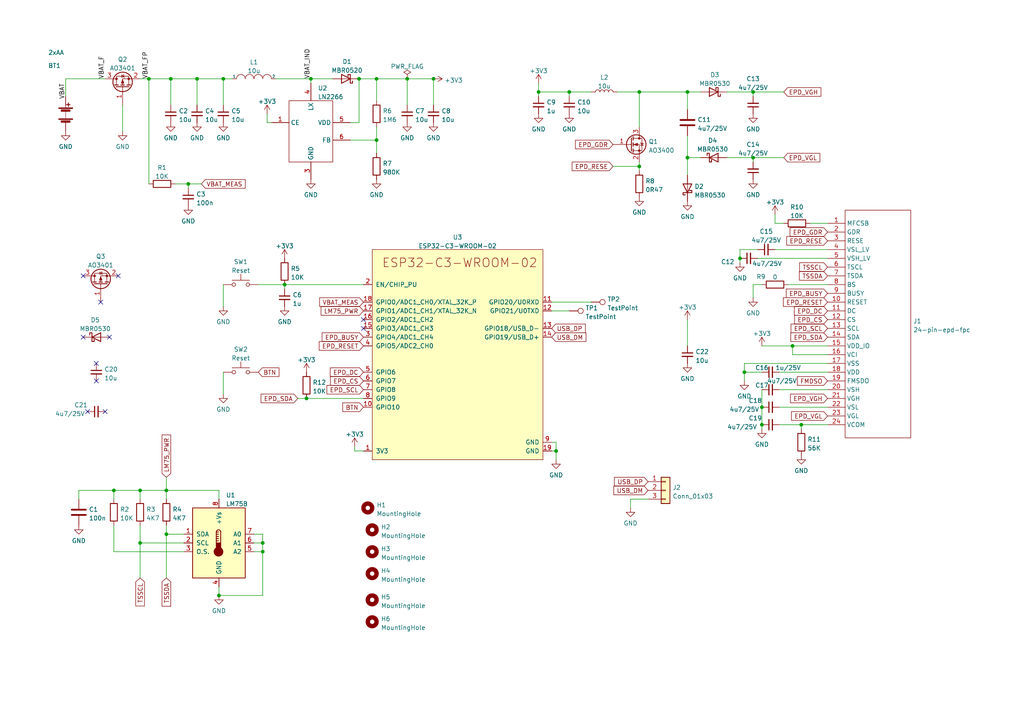
<source format=kicad_sch>
(kicad_sch (version 20230121) (generator eeschema)
  (paper "A4")
  (lib_symbols
    (symbol "Connector:TestPoint" (pin_numbers hide) (pin_names (offset 0.762) hide)
      (property "Reference" "TP" (at 0 6.858 0))
      (property "Value" "TestPoint" (at 0 5.08 0))
      (symbol "TestPoint_0_1"
        (circle (center 0 3.302) (radius 0.762))
      )
      (symbol "TestPoint_1_1"
        (pin passive line (at 0 0 90) (length 2.54) (name "1") (number "1"))
      )
    )
    (symbol "Connector_Generic:Conn_01x03" (pin_names (offset 1.016) hide)
      (property "Reference" "J" (at 0 5.08 0))
      (property "Value" "Conn_01x03" (at 0 -5.08 0))
      (symbol "Conn_01x03_1_1"
        (rectangle (start -1.27 -2.413) (end 0 -2.667) (stroke (width 0.1524)))
        (rectangle (start -1.27 0.127) (end 0 -0.127) (stroke (width 0.1524)))
        (rectangle (start -1.27 2.667) (end 0 2.413) (stroke (width 0.1524)))
        (rectangle (start -1.27 3.81) (end 1.27 -3.81) (stroke (width 0.254)) (fill (type background)))
        (pin passive line (at -5.08 2.54 0) (length 3.81) (name "Pin_1") (number "1"))
        (pin passive line (at -5.08 0 0) (length 3.81) (name "Pin_2") (number "2"))
        (pin passive line (at -5.08 -2.54 0) (length 3.81) (name "Pin_3") (number "3"))
      )
    )
    (symbol "Device:Battery" (pin_numbers hide) (pin_names (offset 0) hide)
      (property "Reference" "BT" (at 2.54 2.54 0))
      (property "Value" "Battery" (at 2.54 0 0))
      (symbol "Battery_0_1"
        (rectangle (start -2.032 -1.397) (end 2.032 -1.651) (fill (type outline)))
        (rectangle (start -2.032 1.778) (end 2.032 1.524) (fill (type outline)))
        (rectangle (start -1.3208 -1.9812) (end 1.27 -2.4892) (fill (type outline)))
        (rectangle (start -1.3208 1.1938) (end 1.27 0.6858) (fill (type outline)))
        (polyline (pts (xy 0 -1.524) (xy 0 -1.27)))
        (polyline (pts (xy 0 -1.016) (xy 0 -0.762)))
        (polyline (pts (xy 0 -0.508) (xy 0 -0.254)))
        (polyline (pts (xy 0 0) (xy 0 0.254)))
        (polyline (pts (xy 0 0.508) (xy 0 0.762)))
        (polyline (pts (xy 0 1.778) (xy 0 2.54)))
        (polyline (pts (xy 0.254 2.667) (xy 1.27 2.667)) (stroke (width 0.254)))
        (polyline (pts (xy 0.762 3.175) (xy 0.762 2.159)) (stroke (width 0.254)))
      )
      (symbol "Battery_1_1"
        (pin passive line (at 0 5.08 270) (length 2.54) (name "+") (number "1"))
        (pin passive line (at 0 -5.08 90) (length 2.54) (name "-") (number "2"))
      )
    )
    (symbol "Device:C" (pin_numbers hide) (pin_names (offset 0.254))
      (property "Reference" "C" (at 0.635 2.54 0))
      (property "Value" "C" (at 0.635 -2.54 0))
      (symbol "C_0_1"
        (polyline (pts (xy -2.032 -0.762) (xy 2.032 -0.762)) (stroke (width 0.508)))
        (polyline (pts (xy -2.032 0.762) (xy 2.032 0.762)) (stroke (width 0.508)))
      )
      (symbol "C_1_1"
        (pin passive line (at 0 3.81 270) (length 2.794) (name "~") (number "1"))
        (pin passive line (at 0 -3.81 90) (length 2.794) (name "~") (number "2"))
      )
    )
    (symbol "Device:C_Small" (pin_numbers hide) (pin_names (offset 0.254) hide)
      (property "Reference" "C" (at 0.254 1.778 0))
      (property "Value" "C_Small" (at 0.254 -2.032 0))
      (symbol "C_Small_0_1"
        (polyline (pts (xy -1.524 -0.508) (xy 1.524 -0.508)) (stroke (width 0.3302)))
        (polyline (pts (xy -1.524 0.508) (xy 1.524 0.508)) (stroke (width 0.3048)))
      )
      (symbol "C_Small_1_1"
        (pin passive line (at 0 2.54 270) (length 2.032) (name "~") (number "1"))
        (pin passive line (at 0 -2.54 90) (length 2.032) (name "~") (number "2"))
      )
    )
    (symbol "Device:L" (pin_numbers hide) (pin_names (offset 1.016) hide)
      (property "Reference" "L" (at -1.27 0 90))
      (property "Value" "L" (at 1.905 0 90))
      (symbol "L_0_1"
        (arc (start 0 -2.54) (mid 0.6323 -1.905) (end 0 -1.27))
        (arc (start 0 -1.27) (mid 0.6323 -0.635) (end 0 0))
        (arc (start 0 0) (mid 0.6323 0.635) (end 0 1.27))
        (arc (start 0 1.27) (mid 0.6323 1.905) (end 0 2.54))
      )
      (symbol "L_1_1"
        (pin passive line (at 0 3.81 270) (length 1.27) (name "1") (number "1"))
        (pin passive line (at 0 -3.81 90) (length 1.27) (name "2") (number "2"))
      )
    )
    (symbol "Device:R" (pin_numbers hide) (pin_names (offset 0))
      (property "Reference" "R" (at 2.032 0 90))
      (property "Value" "R" (at 0 0 90))
      (symbol "R_0_1"
        (rectangle (start -1.016 -2.54) (end 1.016 2.54) (stroke (width 0.254)))
      )
      (symbol "R_1_1"
        (pin passive line (at 0 3.81 270) (length 1.27) (name "~") (number "1"))
        (pin passive line (at 0 -3.81 90) (length 1.27) (name "~") (number "2"))
      )
    )
    (symbol "Diode:MBR0520" (pin_numbers hide) (pin_names (offset 1.016) hide)
      (property "Reference" "D" (at 0 2.54 0))
      (property "Value" "MBR0520" (at 0 -2.54 0))
      (symbol "MBR0520_0_1"
        (polyline (pts (xy 1.27 0) (xy -1.27 0)))
        (polyline (pts (xy 1.27 1.27) (xy 1.27 -1.27) (xy -1.27 0) (xy 1.27 1.27)) (stroke (width 0.254)))
        (polyline (pts (xy -1.905 0.635) (xy -1.905 1.27) (xy -1.27 1.27) (xy -1.27 -1.27) (xy -0.635 -1.27) (xy -0.635 -0.635)) (stroke (width 0.254)))
      )
      (symbol "MBR0520_1_1"
        (pin passive line (at -3.81 0 0) (length 2.54) (name "K") (number "1"))
        (pin passive line (at 3.81 0 180) (length 2.54) (name "A") (number "2"))
      )
    )
    (symbol "Diode:MBR0530" (pin_numbers hide) (pin_names (offset 1.016) hide)
      (property "Reference" "D" (at 0 2.54 0))
      (property "Value" "MBR0530" (at 0 -2.54 0))
      (symbol "MBR0530_0_1"
        (polyline (pts (xy 1.27 0) (xy -1.27 0)))
        (polyline (pts (xy 1.27 1.27) (xy 1.27 -1.27) (xy -1.27 0) (xy 1.27 1.27)) (stroke (width 0.254)))
        (polyline (pts (xy -1.905 0.635) (xy -1.905 1.27) (xy -1.27 1.27) (xy -1.27 -1.27) (xy -0.635 -1.27) (xy -0.635 -0.635)) (stroke (width 0.254)))
      )
      (symbol "MBR0530_1_1"
        (pin passive line (at -3.81 0 0) (length 2.54) (name "K") (number "1"))
        (pin passive line (at 3.81 0 180) (length 2.54) (name "A") (number "2"))
      )
    )
    (symbol "Espressif:ESP32-C3-WROOM-02" (pin_names (offset 1.016))
      (property "Reference" "U" (at 0 33.02 0))
      (property "Value" "ESP32-C3-WROOM-02" (at 0 -30.48 0))
      (symbol "ESP32-C3-WROOM-02_0_0"
        (text "ESP32-C3-WROOM-02" (at 1.27 27.94 0) (effects (font (size 2.54 2.54))))
      )
      (symbol "ESP32-C3-WROOM-02_0_1"
        (rectangle (start -24.13 31.75) (end 25.4 -29.21) (fill (type background)))
      )
      (symbol "ESP32-C3-WROOM-02_1_1"
        (pin power_in line (at -26.67 -26.67 0) (length 2.54) (name "3V3") (number "1"))
        (pin bidirectional line (at -26.67 -13.97 0) (length 2.54) (name "GPIO10") (number "10"))
        (pin bidirectional line (at 27.94 16.51 180) (length 2.54) (name "GPIO20/U0RXD") (number "11"))
        (pin bidirectional line (at 27.94 13.97 180) (length 2.54) (name "GPIO21/U0TXD") (number "12"))
        (pin bidirectional line (at 27.94 8.89 180) (length 2.54) (name "GPIO18/USB_D-") (number "13"))
        (pin bidirectional line (at 27.94 6.35 180) (length 2.54) (name "GPIO19/USB_D+") (number "14"))
        (pin bidirectional line (at -26.67 8.89 0) (length 2.54) (name "GPIO3/ADC1_CH3") (number "15"))
        (pin bidirectional line (at -26.67 11.43 0) (length 2.54) (name "GPIO2/ADC1_CH2") (number "16"))
        (pin bidirectional line (at -26.67 13.97 0) (length 2.54) (name "GPIO1/ADC1_CH1/XTAL_32K_N") (number "17"))
        (pin bidirectional line (at -26.67 16.51 0) (length 2.54) (name "GPIO0/ADC1_CH0/XTAL_32K_P") (number "18"))
        (pin power_in line (at 27.94 -26.67 180) (length 2.54) (name "GND") (number "19"))
        (pin input line (at -26.67 21.59 0) (length 2.54) (name "EN/CHIP_PU") (number "2"))
        (pin bidirectional line (at -26.67 6.35 0) (length 2.54) (name "GPIO4/ADC1_CH4") (number "3"))
        (pin bidirectional line (at -26.67 3.81 0) (length 2.54) (name "GPIO5/ADC2_CH0") (number "4"))
        (pin bidirectional line (at -26.67 -3.81 0) (length 2.54) (name "GPIO6") (number "5"))
        (pin bidirectional line (at -26.67 -6.35 0) (length 2.54) (name "GPIO7") (number "6"))
        (pin bidirectional line (at -26.67 -8.89 0) (length 2.54) (name "GPIO8") (number "7"))
        (pin bidirectional line (at -26.67 -11.43 0) (length 2.54) (name "GPIO9") (number "8"))
        (pin power_in line (at 27.94 -24.13 180) (length 2.54) (name "GND") (number "9"))
      )
    )
    (symbol "Jeroens lib:24-pin-epd-fpc"
      (property "Reference" "J" (at 8.89 30.48 0))
      (property "Value" "24-pin-epd-fpc" (at -2.54 30.48 0))
      (symbol "24-pin-epd-fpc_0_0"
        (pin input line (at -15.24 24.13 0) (length 5.08) (name "MFCSB") (number "1"))
        (pin input line (at -15.24 1.27 0) (length 5.08) (name "RESET") (number "10"))
        (pin input line (at -15.24 -1.27 0) (length 5.08) (name "DC") (number "11"))
        (pin input line (at -15.24 -3.81 0) (length 5.08) (name "CS") (number "12"))
        (pin input line (at -15.24 -6.35 0) (length 5.08) (name "SCL") (number "13"))
        (pin input line (at -15.24 -8.89 0) (length 5.08) (name "SDA") (number "14"))
        (pin power_in line (at -15.24 -11.43 0) (length 5.08) (name "VDD_IO") (number "15"))
        (pin power_in line (at -15.24 -13.97 0) (length 5.08) (name "VCI") (number "16"))
        (pin power_in line (at -15.24 -16.51 0) (length 5.08) (name "VSS") (number "17"))
        (pin passive line (at -15.24 -19.05 0) (length 5.08) (name "VDD") (number "18"))
        (pin output line (at -15.24 -21.59 0) (length 5.08) (name "FMSDO") (number "19"))
        (pin input line (at -15.24 21.59 0) (length 5.08) (name "GDR") (number "2"))
        (pin passive line (at -15.24 -24.13 0) (length 5.08) (name "VSH") (number "20"))
        (pin passive line (at -15.24 -26.67 0) (length 5.08) (name "VGH") (number "21"))
        (pin passive line (at -15.24 -29.21 0) (length 5.08) (name "VSL") (number "22"))
        (pin passive line (at -15.24 -31.75 0) (length 5.08) (name "VGL") (number "23"))
        (pin passive line (at -15.24 -34.29 0) (length 5.08) (name "VCOM") (number "24"))
        (pin input line (at -15.24 19.05 0) (length 5.08) (name "RESE") (number "3"))
        (pin passive line (at -15.24 16.51 0) (length 5.08) (name "VSL_LV") (number "4"))
        (pin passive line (at -15.24 13.97 0) (length 5.08) (name "VSH_LV") (number "5"))
        (pin open_collector line (at -15.24 11.43 0) (length 5.08) (name "TSCL") (number "6"))
        (pin open_collector line (at -15.24 8.89 0) (length 5.08) (name "TSDA") (number "7"))
        (pin input line (at -15.24 6.35 0) (length 5.08) (name "BS") (number "8"))
        (pin output line (at -15.24 3.81 0) (length 5.08) (name "BUSY") (number "9"))
        (pin no_connect line (at -15.24 -36.83 0) (length 5.08) hide (name "MP") (number "MP"))
      )
      (symbol "24-pin-epd-fpc_0_1"
        (rectangle (start -10.16 27.94) (end 8.89 -38.1) (stroke (width 0.1524)))
      )
    )
    (symbol "Jeroens lib:AO3400" (pin_names (offset 1.016) hide)
      (property "Reference" "Q" (at -5.08 5.08 0))
      (property "Value" "AO3400" (at -5.08 7.62 0))
      (symbol "AO3400_1_1"
        (circle (center -0.889 0) (radius 2.8194) (stroke (width 0.254)))
        (circle (center 0 -1.778) (radius 0.2794) (fill (type outline)))
        (polyline (pts (xy -2.4892 0) (xy -2.286 0)))
        (polyline (pts (xy -1.778 -1.778) (xy 0 -1.778)))
        (polyline (pts (xy -1.778 -1.27) (xy -1.778 -2.286)) (stroke (width 0.254)))
        (polyline (pts (xy -1.778 0) (xy 0 0)))
        (polyline (pts (xy -1.778 0.508) (xy -1.778 -0.508)) (stroke (width 0.254)))
        (polyline (pts (xy -1.778 1.778) (xy 0 1.778)))
        (polyline (pts (xy -1.778 2.286) (xy -1.778 1.27)) (stroke (width 0.254)))
        (polyline (pts (xy 0 -1.778) (xy 0 -2.54)))
        (polyline (pts (xy 0 -1.778) (xy 0 0)))
        (polyline (pts (xy 0 2.54) (xy 0 1.778)))
        (polyline (pts (xy -2.286 1.905) (xy -2.286 -1.905) (xy -2.286 -1.905)) (stroke (width 0.254)))
        (polyline (pts (xy -1.524 0) (xy -0.508 0.381) (xy -0.508 -0.381) (xy -1.524 0)) (fill (type outline)))
        (polyline (pts (xy 0 -1.778) (xy 0.762 -1.778) (xy 0.762 1.778) (xy 0 1.778)))
        (polyline (pts (xy 0.254 0.508) (xy 0.381 0.381) (xy 1.143 0.381) (xy 1.27 0.254)))
        (polyline (pts (xy 0.762 0.381) (xy 0.381 -0.254) (xy 1.143 -0.254) (xy 0.762 0.381)))
        (circle (center 0 1.778) (radius 0.2794) (fill (type outline)))
        (pin input line (at -7.62 0 0) (length 5.08) (name "G") (number "1"))
        (pin passive line (at 0 -5.08 90) (length 2.54) (name "S") (number "2"))
        (pin passive line (at 0 5.08 270) (length 2.54) (name "D") (number "3"))
      )
    )
    (symbol "Jeroens lib:AO3401" (pin_names (offset 0) hide)
      (property "Reference" "Q" (at 5.08 1.905 0))
      (property "Value" "AO3401" (at 5.08 0 0))
      (symbol "AO3401_0_1"
        (polyline (pts (xy 0 0) (xy 0.254 0)))
        (polyline (pts (xy 0.762 -1.778) (xy 2.54 -1.778)))
        (polyline (pts (xy 0.762 -1.27) (xy 0.762 -2.286)) (stroke (width 0.254)))
        (polyline (pts (xy 0.762 0) (xy 2.54 0)))
        (polyline (pts (xy 0.762 0.508) (xy 0.762 -0.508)) (stroke (width 0.254)))
        (polyline (pts (xy 0.762 1.778) (xy 2.54 1.778)))
        (polyline (pts (xy 0.762 2.286) (xy 0.762 1.27)) (stroke (width 0.254)))
        (polyline (pts (xy 2.54 -1.778) (xy 2.54 -2.54)))
        (polyline (pts (xy 2.54 -1.778) (xy 2.54 0)))
        (polyline (pts (xy 2.54 2.54) (xy 2.54 1.778)))
        (polyline (pts (xy 0.254 1.905) (xy 0.254 -1.905) (xy 0.254 -1.905)) (stroke (width 0.254)))
        (polyline (pts (xy 2.286 0) (xy 1.27 -0.381) (xy 1.27 0.381) (xy 2.286 0)) (fill (type outline)))
        (polyline (pts (xy 2.54 -1.778) (xy 3.302 -1.778) (xy 3.302 1.778) (xy 2.54 1.778)))
        (polyline (pts (xy 2.794 -0.508) (xy 2.921 -0.381) (xy 3.683 -0.381) (xy 3.81 -0.254)))
        (polyline (pts (xy 3.302 -0.381) (xy 2.921 0.254) (xy 3.683 0.254) (xy 3.302 -0.381)))
        (circle (center 1.651 0) (radius 2.8194) (stroke (width 0.254)))
        (circle (center 2.54 -1.778) (radius 0.2794) (fill (type outline)))
        (circle (center 2.54 1.778) (radius 0.2794) (fill (type outline)))
      )
      (symbol "AO3401_1_1"
        (pin input line (at -5.08 0 0) (length 5.08) (name "G") (number "1"))
        (pin passive line (at 2.54 -5.08 90) (length 2.54) (name "S") (number "2"))
        (pin passive line (at 2.54 5.08 270) (length 2.54) (name "D") (number "3"))
      )
    )
    (symbol "Jeroens lib:LN2266"
      (property "Reference" "U" (at -7.62 11.43 0))
      (property "Value" "LN2266" (at -7.62 13.97 0))
      (symbol "LN2266_0_0"
        (pin input line (at -11.43 2.54 0) (length 5.08) (name "CE") (number "1"))
        (pin no_connect line (at -11.43 -2.54 0) (length 5.08) hide (name "NC") (number "2"))
        (pin power_in line (at 0 -13.97 90) (length 5.08) (name "GND") (number "3"))
        (pin passive line (at 0 13.97 270) (length 5.08) (name "LX") (number "4"))
        (pin power_in line (at 11.43 2.54 180) (length 5.08) (name "VDD") (number "5"))
        (pin passive line (at 11.43 -2.54 180) (length 5.08) (name "FB") (number "6"))
      )
      (symbol "LN2266_0_1"
        (rectangle (start -6.35 8.89) (end 6.35 -8.89) (stroke (width 0.1524)))
      )
    )
    (symbol "Mechanical:MountingHole" (pin_names (offset 1.016))
      (property "Reference" "H" (at 0 5.08 0))
      (property "Value" "MountingHole" (at 0 3.175 0))
      (symbol "MountingHole_0_1"
        (circle (center 0 0) (radius 1.27) (stroke (width 1.27)))
      )
    )
    (symbol "Sensor_Temperature:LM75B" (pin_names (offset 1.016))
      (property "Reference" "U" (at -6.35 11.43 0))
      (property "Value" "LM75B" (at 0 11.43 0))
      (symbol "LM75B_0_1"
        (rectangle (start -7.62 10.16) (end 7.62 -10.16) (stroke (width 0.254)) (fill (type background)))
        (circle (center -0.127 -2.54) (radius 1.27) (stroke (width 0.254)) (fill (type outline)))
        (polyline (pts (xy -0.762 0.635) (xy -0.127 0.635)) (stroke (width 0.254)))
        (polyline (pts (xy -0.762 1.27) (xy -0.127 1.27)) (stroke (width 0.254)))
        (polyline (pts (xy -0.762 1.905) (xy -0.127 1.905)) (stroke (width 0.254)))
        (polyline (pts (xy -0.762 2.54) (xy -0.127 2.54)) (stroke (width 0.254)))
        (polyline (pts (xy -0.762 3.175) (xy -0.762 0)) (stroke (width 0.254)))
        (polyline (pts (xy -0.762 3.175) (xy -0.127 3.175)) (stroke (width 0.254)))
        (polyline (pts (xy 0.508 3.175) (xy 0.508 0)) (stroke (width 0.254)))
        (rectangle (start 0.508 -1.905) (end -0.762 0) (stroke (width 0.254)) (fill (type outline)))
        (arc (start 0.508 3.175) (mid -0.127 3.8073) (end -0.762 3.175) (stroke (width 0.254)))
      )
      (symbol "LM75B_1_1"
        (pin bidirectional line (at -10.16 2.54 0) (length 2.54) (name "SDA") (number "1"))
        (pin input line (at -10.16 0 0) (length 2.54) (name "SCL") (number "2"))
        (pin open_collector line (at -10.16 -2.54 0) (length 2.54) (name "O.S.") (number "3"))
        (pin power_in line (at 0 -12.7 90) (length 2.54) (name "GND") (number "4"))
        (pin input line (at 10.16 -2.54 180) (length 2.54) (name "A2") (number "5"))
        (pin input line (at 10.16 0 180) (length 2.54) (name "A1") (number "6"))
        (pin input line (at 10.16 2.54 180) (length 2.54) (name "A0") (number "7"))
        (pin power_in line (at 0 12.7 270) (length 2.54) (name "+Vs") (number "8"))
      )
    )
    (symbol "Switch:SW_Push" (pin_numbers hide) (pin_names (offset 1.016) hide)
      (property "Reference" "SW" (at 1.27 2.54 0))
      (property "Value" "SW_Push" (at 0 -1.524 0))
      (symbol "SW_Push_0_1"
        (circle (center -2.032 0) (radius 0.508))
        (polyline (pts (xy 0 1.27) (xy 0 3.048)))
        (polyline (pts (xy 2.54 1.27) (xy -2.54 1.27)))
        (circle (center 2.032 0) (radius 0.508))
        (pin passive line (at -5.08 0 0) (length 2.54) (name "1") (number "1"))
        (pin passive line (at 5.08 0 180) (length 2.54) (name "2") (number "2"))
      )
    )
    (symbol "power:+3V3" (power) (pin_names (offset 0))
      (property "Value" "+3V3" (at 0 3.556 0))
      (symbol "+3V3_0_1"
        (polyline (pts (xy -0.762 1.27) (xy 0 2.54)))
        (polyline (pts (xy 0 0) (xy 0 2.54)))
        (polyline (pts (xy 0 2.54) (xy 0.762 1.27)))
      )
      (symbol "+3V3_1_1"
        (pin power_in line (at 0 0 90) (length 0) hide (name "+3V3") (number "1"))
      )
    )
    (symbol "power:GND" (power) (pin_names (offset 0))
      (property "Value" "GND" (at 0 -3.81 0))
      (symbol "GND_0_1"
        (polyline (pts (xy 0 0) (xy 0 -1.27) (xy 1.27 -1.27) (xy 0 -2.54) (xy -1.27 -1.27) (xy 0 -1.27)))
      )
      (symbol "GND_1_1"
        (pin power_in line (at 0 0 270) (length 0) hide (name "GND") (number "1"))
      )
    )
    (symbol "power:PWR_FLAG" (power) (pin_numbers hide) (pin_names (offset 0) hide)
      (property "Value" "PWR_FLAG" (at 0 3.81 0))
      (symbol "PWR_FLAG_0_0"
        (pin power_out line (at 0 0 90) (length 0) (name "pwr") (number "1"))
      )
      (symbol "PWR_FLAG_0_1"
        (polyline (pts (xy 0 0) (xy 0 1.27) (xy -1.016 1.905) (xy 0 2.54) (xy 1.016 1.905) (xy 0 1.27)))
      )
    )
    (symbol "pspice:INDUCTOR" (pin_numbers hide) (pin_names (offset 0))
      (property "Reference" "L" (at 0 2.54 0))
      (property "Value" "INDUCTOR" (at 0 -1.27 0))
      (symbol "INDUCTOR_0_1"
        (arc (start -2.54 0) (mid -3.81 1.2645) (end -5.08 0))
        (arc (start 0 0) (mid -1.27 1.2645) (end -2.54 0))
        (arc (start 2.54 0) (mid 1.27 1.2645) (end 0 0))
        (arc (start 5.08 0) (mid 3.81 1.2645) (end 2.54 0))
      )
      (symbol "INDUCTOR_1_1"
        (pin input line (at -6.35 0 0) (length 1.27) (name "1") (number "1"))
        (pin input line (at 6.35 0 180) (length 1.27) (name "2") (number "2"))
      )
    )
  )
  (junction (at 165.1 26.67))
  (junction (at 218.44 26.67))
  (junction (at 76.2 160.02))
  (junction (at 104.14 22.86))
  (junction (at 118.11 22.86))
  (junction (at 88.9 115.57))
  (junction (at 218.44 45.72))
  (junction (at 199.39 45.72))
  (junction (at 43.18 22.86))
  (junction (at 220.98 123.19))
  (junction (at 109.22 22.86))
  (junction (at 76.2 157.48))
  (junction (at 109.22 40.64))
  (junction (at 40.64 157.48))
  (junction (at 33.02 142.24))
  (junction (at 57.15 22.86))
  (junction (at 229.87 100.33))
  (junction (at 199.39 26.67))
  (junction (at 64.77 22.86))
  (junction (at 156.21 26.67))
  (junction (at 185.42 26.67))
  (junction (at 48.26 154.94))
  (junction (at 220.98 118.11))
  (junction (at 48.26 142.24))
  (junction (at 63.5 172.72))
  (junction (at 54.61 53.34))
  (junction (at 214.63 74.93))
  (junction (at 125.73 22.86))
  (junction (at 90.17 22.86))
  (junction (at 215.9 107.95))
  (junction (at 82.55 82.55))
  (junction (at 232.41 123.19))
  (junction (at 185.42 48.26))
  (junction (at 40.64 142.24))
  (junction (at 49.53 22.86))
  (junction (at 161.29 130.81))
  (no_connect (at 25.4 119.38))
  (no_connect (at 30.48 119.38))
  (no_connect (at 31.75 97.79))
  (no_connect (at 29.21 87.63))
  (no_connect (at 24.13 80.01))
  (no_connect (at 34.29 80.01))
  (no_connect (at 27.94 110.49))
  (no_connect (at 27.94 105.41))
  (no_connect (at 24.13 97.79))
  (no_connect (at 105.41 92.71))
  (no_connect (at 105.41 95.25))
  (wire (pts (xy 64.77 22.86) (xy 67.31 22.86)))
  (wire (pts (xy 161.29 130.81) (xy 161.29 133.35)))
  (wire (pts (xy 109.22 36.83) (xy 109.22 40.64)))
  (wire (pts (xy 224.79 62.23) (xy 224.79 64.77)))
  (wire (pts (xy 185.42 46.99) (xy 185.42 48.26)))
  (wire (pts (xy 109.22 40.64) (xy 109.22 44.45)))
  (wire (pts (xy 43.18 22.86) (xy 43.18 53.34)))
  (wire (pts (xy 76.2 157.48) (xy 76.2 160.02)))
  (wire (pts (xy 226.06 123.19) (xy 232.41 123.19)))
  (wire (pts (xy 199.39 39.37) (xy 199.39 45.72)))
  (wire (pts (xy 185.42 26.67) (xy 199.39 26.67)))
  (wire (pts (xy 77.47 33.02) (xy 77.47 35.56)))
  (wire (pts (xy 35.56 30.48) (xy 35.56 38.1)))
  (wire (pts (xy 102.87 130.81) (xy 105.41 130.81)))
  (wire (pts (xy 73.66 154.94) (xy 76.2 154.94)))
  (wire (pts (xy 19.05 22.86) (xy 30.48 22.86)))
  (wire (pts (xy 219.71 74.93) (xy 240.03 74.93)))
  (wire (pts (xy 49.53 22.86) (xy 57.15 22.86)))
  (wire (pts (xy 33.02 142.24) (xy 40.64 142.24)))
  (wire (pts (xy 160.02 130.81) (xy 161.29 130.81)))
  (wire (pts (xy 125.73 22.86) (xy 125.73 30.48)))
  (wire (pts (xy 40.64 157.48) (xy 40.64 152.4)))
  (wire (pts (xy 215.9 105.41) (xy 215.9 107.95)))
  (wire (pts (xy 218.44 26.67) (xy 227.33 26.67)))
  (wire (pts (xy 210.82 45.72) (xy 218.44 45.72)))
  (wire (pts (xy 22.86 142.24) (xy 33.02 142.24)))
  (wire (pts (xy 40.64 157.48) (xy 40.64 167.64)))
  (wire (pts (xy 199.39 26.67) (xy 199.39 31.75)))
  (wire (pts (xy 156.21 27.94) (xy 156.21 26.67)))
  (wire (pts (xy 40.64 142.24) (xy 48.26 142.24)))
  (wire (pts (xy 220.98 113.03) (xy 220.98 118.11)))
  (wire (pts (xy 33.02 142.24) (xy 33.02 144.78)))
  (wire (pts (xy 48.26 154.94) (xy 48.26 152.4)))
  (wire (pts (xy 74.93 82.55) (xy 82.55 82.55)))
  (wire (pts (xy 218.44 26.67) (xy 218.44 27.94)))
  (wire (pts (xy 214.63 74.93) (xy 214.63 76.2)))
  (wire (pts (xy 73.66 160.02) (xy 76.2 160.02)))
  (wire (pts (xy 226.06 113.03) (xy 240.03 113.03)))
  (wire (pts (xy 224.79 72.39) (xy 240.03 72.39)))
  (wire (pts (xy 86.36 115.57) (xy 88.9 115.57)))
  (wire (pts (xy 199.39 26.67) (xy 203.2 26.67)))
  (wire (pts (xy 219.71 72.39) (xy 214.63 72.39)))
  (wire (pts (xy 53.34 160.02) (xy 33.02 160.02)))
  (wire (pts (xy 161.29 128.27) (xy 161.29 130.81)))
  (wire (pts (xy 63.5 172.72) (xy 63.5 170.18)))
  (wire (pts (xy 165.1 26.67) (xy 165.1 27.94)))
  (wire (pts (xy 76.2 172.72) (xy 63.5 172.72)))
  (wire (pts (xy 82.55 82.55) (xy 82.55 83.82)))
  (wire (pts (xy 90.17 22.86) (xy 96.52 22.86)))
  (wire (pts (xy 232.41 123.19) (xy 240.03 123.19)))
  (wire (pts (xy 218.44 45.72) (xy 218.44 46.99)))
  (wire (pts (xy 182.88 147.32) (xy 182.88 144.78)))
  (wire (pts (xy 160.02 90.17) (xy 165.1 90.17)))
  (wire (pts (xy 82.55 82.55) (xy 105.41 82.55)))
  (wire (pts (xy 215.9 107.95) (xy 220.98 107.95)))
  (wire (pts (xy 33.02 160.02) (xy 33.02 152.4)))
  (wire (pts (xy 50.8 53.34) (xy 54.61 53.34)))
  (wire (pts (xy 64.77 82.55) (xy 64.77 88.9)))
  (wire (pts (xy 218.44 45.72) (xy 227.33 45.72)))
  (wire (pts (xy 224.79 64.77) (xy 227.33 64.77)))
  (wire (pts (xy 54.61 53.34) (xy 54.61 54.61)))
  (wire (pts (xy 214.63 72.39) (xy 214.63 74.93)))
  (wire (pts (xy 160.02 128.27) (xy 161.29 128.27)))
  (wire (pts (xy 76.2 154.94) (xy 76.2 157.48)))
  (wire (pts (xy 160.02 87.63) (xy 171.45 87.63)))
  (wire (pts (xy 215.9 105.41) (xy 240.03 105.41)))
  (wire (pts (xy 156.21 24.13) (xy 156.21 26.67)))
  (wire (pts (xy 63.5 142.24) (xy 63.5 144.78)))
  (wire (pts (xy 218.44 86.36) (xy 218.44 82.55)))
  (wire (pts (xy 234.95 64.77) (xy 240.03 64.77)))
  (wire (pts (xy 64.77 22.86) (xy 64.77 30.48)))
  (wire (pts (xy 53.34 154.94) (xy 48.26 154.94)))
  (wire (pts (xy 165.1 26.67) (xy 171.45 26.67)))
  (wire (pts (xy 102.87 129.54) (xy 102.87 130.81)))
  (wire (pts (xy 240.03 100.33) (xy 229.87 100.33)))
  (wire (pts (xy 77.47 35.56) (xy 78.74 35.56)))
  (wire (pts (xy 220.98 100.33) (xy 229.87 100.33)))
  (wire (pts (xy 48.26 138.43) (xy 48.26 142.24)))
  (wire (pts (xy 57.15 22.86) (xy 57.15 30.48)))
  (wire (pts (xy 210.82 26.67) (xy 218.44 26.67)))
  (wire (pts (xy 199.39 45.72) (xy 203.2 45.72)))
  (wire (pts (xy 88.9 115.57) (xy 105.41 115.57)))
  (wire (pts (xy 232.41 123.19) (xy 232.41 124.46)))
  (wire (pts (xy 49.53 22.86) (xy 49.53 30.48)))
  (wire (pts (xy 199.39 45.72) (xy 199.39 50.8)))
  (wire (pts (xy 48.26 142.24) (xy 63.5 142.24)))
  (wire (pts (xy 104.14 35.56) (xy 104.14 22.86)))
  (wire (pts (xy 43.18 22.86) (xy 49.53 22.86)))
  (wire (pts (xy 220.98 118.11) (xy 220.98 123.19)))
  (wire (pts (xy 40.64 22.86) (xy 43.18 22.86)))
  (wire (pts (xy 228.6 82.55) (xy 240.03 82.55)))
  (wire (pts (xy 109.22 22.86) (xy 104.14 22.86)))
  (wire (pts (xy 177.8 48.26) (xy 185.42 48.26)))
  (wire (pts (xy 22.86 142.24) (xy 22.86 144.78)))
  (wire (pts (xy 156.21 26.67) (xy 165.1 26.67)))
  (wire (pts (xy 229.87 100.33) (xy 229.87 102.87)))
  (wire (pts (xy 64.77 107.95) (xy 64.77 114.3)))
  (wire (pts (xy 226.06 118.11) (xy 240.03 118.11)))
  (wire (pts (xy 90.17 22.86) (xy 90.17 24.13)))
  (wire (pts (xy 80.01 22.86) (xy 90.17 22.86)))
  (wire (pts (xy 73.66 157.48) (xy 76.2 157.48)))
  (wire (pts (xy 53.34 157.48) (xy 40.64 157.48)))
  (wire (pts (xy 19.05 27.94) (xy 19.05 22.86)))
  (wire (pts (xy 76.2 160.02) (xy 76.2 172.72)))
  (wire (pts (xy 40.64 142.24) (xy 40.64 144.78)))
  (wire (pts (xy 101.6 35.56) (xy 104.14 35.56)))
  (wire (pts (xy 229.87 102.87) (xy 240.03 102.87)))
  (wire (pts (xy 109.22 22.86) (xy 118.11 22.86)))
  (wire (pts (xy 109.22 29.21) (xy 109.22 22.86)))
  (wire (pts (xy 226.06 107.95) (xy 240.03 107.95)))
  (wire (pts (xy 218.44 82.55) (xy 220.98 82.55)))
  (wire (pts (xy 215.9 107.95) (xy 215.9 110.49)))
  (wire (pts (xy 118.11 22.86) (xy 125.73 22.86)))
  (wire (pts (xy 179.07 26.67) (xy 185.42 26.67)))
  (wire (pts (xy 58.42 53.34) (xy 54.61 53.34)))
  (wire (pts (xy 101.6 40.64) (xy 109.22 40.64)))
  (wire (pts (xy 220.98 123.19) (xy 220.98 124.46)))
  (wire (pts (xy 185.42 26.67) (xy 185.42 36.83)))
  (wire (pts (xy 48.26 142.24) (xy 48.26 144.78)))
  (wire (pts (xy 57.15 22.86) (xy 64.77 22.86)))
  (wire (pts (xy 48.26 154.94) (xy 48.26 167.64)))
  (wire (pts (xy 185.42 48.26) (xy 185.42 49.53)))
  (wire (pts (xy 199.39 92.71) (xy 199.39 100.33)))
  (wire (pts (xy 118.11 22.86) (xy 118.11 30.48)))
  (wire (pts (xy 182.88 144.78) (xy 187.96 144.78)))
  (label "VBAT" (at 19.05 24.13 270))
  (label "VBAT_F" (at 30.48 22.86 90))
  (label "VBAT_FP" (at 43.18 22.86 90))
  (label "VBAT_IND" (at 90.17 22.86 90))
  (global_label "USB_DM" (shape input) (at 187.96 142.24 180) (property "Intersheetrefs" "${INTERSHEET_REFS}" (effects hide)))
  (global_label "EPD_DC" (shape input) (at 240.03 90.17 180) (property "Intersheetrefs" "${INTERSHEET_REFS}" (effects hide)))
  (global_label "USB_DP" (shape input) (at 160.02 95.25 0) (property "Intersheetrefs" "${INTERSHEET_REFS}" (effects hide)))
  (global_label "LM75_PWR" (shape input) (at 105.41 90.17 180) (property "Intersheetrefs" "${INTERSHEET_REFS}" (effects hide)))
  (global_label "EPD_BUSY" (shape input) (at 105.41 97.79 180) (property "Intersheetrefs" "${INTERSHEET_REFS}" (effects hide)))
  (global_label "EPD_RESE" (shape input) (at 240.03 69.85 180) (property "Intersheetrefs" "${INTERSHEET_REFS}" (effects hide)))
  (global_label "EPD_RESE" (shape input) (at 177.8 48.26 180) (property "Intersheetrefs" "${INTERSHEET_REFS}" (effects hide)))
  (global_label "EPD_CS" (shape input) (at 105.41 110.49 180) (property "Intersheetrefs" "${INTERSHEET_REFS}" (effects hide)))
  (global_label "EPD_SCL" (shape input) (at 105.41 113.03 180) (property "Intersheetrefs" "${INTERSHEET_REFS}" (effects hide)))
  (global_label "TSSCL" (shape input) (at 240.03 77.47 180) (property "Intersheetrefs" "${INTERSHEET_REFS}" (effects hide)))
  (global_label "VBAT_MEAS" (shape input) (at 105.41 87.63 180) (property "Intersheetrefs" "${INTERSHEET_REFS}" (effects hide)))
  (global_label "TSSDA" (shape input) (at 240.03 80.01 180) (property "Intersheetrefs" "${INTERSHEET_REFS}" (effects hide)))
  (global_label "EPD_VGH" (shape input) (at 240.03 115.57 180) (property "Intersheetrefs" "${INTERSHEET_REFS}" (effects hide)))
  (global_label "USB_DM" (shape input) (at 160.02 97.79 0) (property "Intersheetrefs" "${INTERSHEET_REFS}" (effects hide)))
  (global_label "EPD_SDA" (shape input) (at 240.03 97.79 180) (property "Intersheetrefs" "${INTERSHEET_REFS}" (effects hide)))
  (global_label "EPD_GDR" (shape input) (at 240.03 67.31 180) (property "Intersheetrefs" "${INTERSHEET_REFS}" (effects hide)))
  (global_label "EPD_VGL" (shape input) (at 227.33 45.72 0) (property "Intersheetrefs" "${INTERSHEET_REFS}" (effects hide)))
  (global_label "EPD_VGH" (shape input) (at 227.33 26.67 0) (property "Intersheetrefs" "${INTERSHEET_REFS}" (effects hide)))
  (global_label "EPD_RESET" (shape input) (at 105.41 100.33 180) (property "Intersheetrefs" "${INTERSHEET_REFS}" (effects hide)))
  (global_label "EPD_RESET" (shape input) (at 240.03 87.63 180) (property "Intersheetrefs" "${INTERSHEET_REFS}" (effects hide)))
  (global_label "EPD_SCL" (shape input) (at 240.03 95.25 180) (property "Intersheetrefs" "${INTERSHEET_REFS}" (effects hide)))
  (global_label "EPD_SDA" (shape input) (at 86.36 115.57 180) (property "Intersheetrefs" "${INTERSHEET_REFS}" (effects hide)))
  (global_label "USB_DP" (shape input) (at 187.96 139.7 180) (property "Intersheetrefs" "${INTERSHEET_REFS}" (effects hide)))
  (global_label "EPD_GDR" (shape input) (at 177.8 41.91 180) (property "Intersheetrefs" "${INTERSHEET_REFS}" (effects hide)))
  (global_label "TSSCL" (shape input) (at 40.64 167.64 270) (property "Intersheetrefs" "${INTERSHEET_REFS}" (effects hide)))
  (global_label "BTN" (shape input) (at 74.93 107.95 0) (property "Intersheetrefs" "${INTERSHEET_REFS}" (effects hide)))
  (global_label "LM75_PWR" (shape input) (at 48.26 138.43 90) (property "Intersheetrefs" "${INTERSHEET_REFS}" (effects hide)))
  (global_label "FMDSO" (shape input) (at 240.03 110.49 180) (property "Intersheetrefs" "${INTERSHEET_REFS}" (effects hide)))
  (global_label "EPD_DC" (shape input) (at 105.41 107.95 180) (property "Intersheetrefs" "${INTERSHEET_REFS}" (effects hide)))
  (global_label "EPD_CS" (shape input) (at 240.03 92.71 180) (property "Intersheetrefs" "${INTERSHEET_REFS}" (effects hide)))
  (global_label "EPD_VGL" (shape input) (at 240.03 120.65 180) (property "Intersheetrefs" "${INTERSHEET_REFS}" (effects hide)))
  (global_label "VBAT_MEAS" (shape input) (at 58.42 53.34 0) (property "Intersheetrefs" "${INTERSHEET_REFS}" (effects hide)))
  (global_label "EPD_BUSY" (shape input) (at 240.03 85.09 180) (property "Intersheetrefs" "${INTERSHEET_REFS}" (effects hide)))
  (global_label "TSSDA" (shape input) (at 48.26 167.64 270) (property "Intersheetrefs" "${INTERSHEET_REFS}" (effects hide)))
  (global_label "BTN" (shape input) (at 105.41 118.11 180) (property "Intersheetrefs" "${INTERSHEET_REFS}" (effects hide)))
  (symbol (lib_id "power:GND") (at 64.77 114.3 0) (unit 1)
    (property "Reference" "#PWR0118" (effects hide))
    (property "Value" "GND" (at 64.77 118.7434 0))
  )
  (symbol (lib_id "Mechanical:MountingHole") (at 107.95 153.67 0) (unit 1)
    (property "Reference" "H2" (at 110.49 152.8353 0) (effects (justify left)))
    (property "Value" "MountingHole" (at 110.49 155.3722 0) (effects (justify left)))
    (property "Footprint" "MountingHole:MountingHole_3.2mm_M3_ISO14580" (effects hide))
  )
  (symbol (lib_id "Device:C_Small") (at 165.1 30.48 0) (unit 1)
    (property "Reference" "C10" (at 167.4241 29.6516 0) (effects (justify left)))
    (property "Value" "10u" (at 167.4241 32.1885 0) (effects (justify left)))
    (property "Footprint" "Capacitor_SMD:C_0805_2012Metric" (effects hide))
  )
  (symbol (lib_id "Switch:SW_Push") (at 69.85 107.95 0) (unit 1)
    (property "Reference" "SW2" (at 69.85 101.3292 0))
    (property "Value" "Reset" (at 69.85 103.8661 0))
    (property "Footprint" "Button_Switch_SMD:SW_SPST_B3S-1000" (effects hide))
  )
  (symbol (lib_id "Device:C_Small") (at 64.77 33.02 0) (unit 1)
    (property "Reference" "C5" (at 67.0941 32.1916 0) (effects (justify left)))
    (property "Value" "10u" (at 67.0941 34.7285 0) (effects (justify left)))
    (property "Footprint" "Capacitor_SMD:C_0805_2012Metric" (effects hide))
  )
  (symbol (lib_id "power:GND") (at 118.11 35.56 0) (unit 1)
    (property "Reference" "#PWR0113" (effects hide))
    (property "Value" "GND" (at 118.11 40.0034 0))
  )
  (symbol (lib_id "power:GND") (at 215.9 110.49 0) (unit 1)
    (property "Reference" "#PWR0128" (effects hide))
    (property "Value" "GND" (at 215.9 114.9334 0))
  )
  (symbol (lib_id "Jeroens lib:AO3401") (at 35.56 25.4 90) (unit 1)
    (property "Reference" "Q2" (at 35.56 17.2298 90))
    (property "Value" "AO3401" (at 35.56 19.7667 90))
    (property "Footprint" "Package_TO_SOT_SMD:SOT-23W_Handsoldering" (effects hide))
    (property "Datasheet" "http://www.aosmd.com/res/data_sheets/AO3401.pdf" (effects hide))
  )
  (symbol (lib_id "Switch:SW_Push") (at 69.85 82.55 0) (unit 1)
    (property "Reference" "SW1" (at 69.85 75.9292 0))
    (property "Value" "Reset" (at 69.85 78.4661 0))
    (property "Footprint" "Button_Switch_SMD:SW_SPST_B3S-1000" (effects hide))
  )
  (symbol (lib_id "power:GND") (at 185.42 57.15 0) (unit 1)
    (property "Reference" "#PWR0121" (effects hide))
    (property "Value" "GND" (at 185.42 61.5934 0))
  )
  (symbol (lib_id "power:GND") (at 22.86 152.4 0) (unit 1)
    (property "Reference" "#PWR0102" (effects hide))
    (property "Value" "GND" (at 22.86 156.8434 0))
  )
  (symbol (lib_id "Device:C_Small") (at 156.21 30.48 0) (unit 1)
    (property "Reference" "C9" (at 158.5341 29.6516 0) (effects (justify left)))
    (property "Value" "1u" (at 158.5341 32.1885 0) (effects (justify left)))
    (property "Footprint" "Capacitor_SMD:C_0603_1608Metric" (effects hide))
  )
  (symbol (lib_id "power:+3V3") (at 77.47 33.02 0) (unit 1)
    (property "Reference" "#PWR0104" (effects hide))
    (property "Value" "+3V3" (at 77.47 29.4442 0))
  )
  (symbol (lib_id "Mechanical:MountingHole") (at 107.95 166.37 0) (unit 1)
    (property "Reference" "H4" (at 110.49 165.5353 0) (effects (justify left)))
    (property "Value" "MountingHole" (at 110.49 168.0722 0) (effects (justify left)))
    (property "Footprint" "MountingHole:MountingHole_3.2mm_M3_ISO14580" (effects hide))
  )
  (symbol (lib_id "Mechanical:MountingHole") (at 107.95 160.02 0) (unit 1)
    (property "Reference" "H3" (at 110.49 159.1853 0) (effects (justify left)))
    (property "Value" "MountingHole" (at 110.49 161.7222 0) (effects (justify left)))
    (property "Footprint" "MountingHole:MountingHole_3.2mm_M3_ISO14580" (effects hide))
  )
  (symbol (lib_id "Mechanical:MountingHole") (at 107.95 180.34 0) (unit 1)
    (property "Reference" "H6" (at 110.49 179.5053 0) (effects (justify left)))
    (property "Value" "MountingHole" (at 110.49 182.0422 0) (effects (justify left)))
    (property "Footprint" "MountingHole:MountingHole_3.2mm_M3_ISO14580" (effects hide))
  )
  (symbol (lib_id "Device:C_Small") (at 223.52 107.95 90) (unit 1)
    (property "Reference" "C16" (at 220.98 106.68 90))
    (property "Value" "1u/25V" (at 228.6 106.68 90))
    (property "Footprint" "Capacitor_SMD:C_0603_1608Metric" (effects hide))
  )
  (symbol (lib_id "power:+3V3") (at 88.9 107.95 0) (unit 1)
    (property "Reference" "#PWR0136" (effects hide))
    (property "Value" "+3V3" (at 88.9 104.3742 0))
  )
  (symbol (lib_id "Device:C") (at 199.39 35.56 0) (unit 1)
    (property "Reference" "C11" (at 202.311 34.7253 0) (effects (justify left)))
    (property "Value" "4u7/25V" (at 202.311 37.2622 0) (effects (justify left)))
    (property "Footprint" "Capacitor_SMD:C_0603_1608Metric" (effects hide))
  )
  (symbol (lib_id "Jeroens lib:AO3401") (at 29.21 82.55 90) (unit 1)
    (property "Reference" "Q3" (at 29.21 74.3798 90))
    (property "Value" "AO3401" (at 29.21 76.9167 90))
    (property "Footprint" "Package_TO_SOT_SMD:SOT-23W_Handsoldering" (effects hide))
    (property "Datasheet" "http://www.aosmd.com/res/data_sheets/AO3401.pdf" (effects hide))
  )
  (symbol (lib_id "Device:R") (at 46.99 53.34 90) (unit 1)
    (property "Reference" "R1" (at 46.99 48.6242 90))
    (property "Value" "10K" (at 46.99 51.1611 90))
    (property "Footprint" "Resistor_SMD:R_0603_1608Metric" (effects hide))
  )
  (symbol (lib_id "Device:R") (at 82.55 78.74 0) (unit 1)
    (property "Reference" "R5" (at 84.328 77.9053 0) (effects (justify left)))
    (property "Value" "10K" (at 84.328 80.4422 0) (effects (justify left)))
    (property "Footprint" "Resistor_SMD:R_0603_1608Metric" (effects hide))
  )
  (symbol (lib_id "power:+3V3") (at 102.87 129.54 0) (unit 1)
    (property "Reference" "#PWR0115" (effects hide))
    (property "Value" "+3V3" (at 102.87 125.9642 0))
  )
  (symbol (lib_id "power:GND") (at 63.5 172.72 0) (unit 1)
    (property "Reference" "#PWR0101" (effects hide))
    (property "Value" "GND" (at 63.5 177.1634 0))
  )
  (symbol (lib_id "power:GND") (at 82.55 88.9 0) (unit 1)
    (property "Reference" "#PWR0116" (effects hide))
    (property "Value" "GND" (at 82.55 93.3434 0))
  )
  (symbol (lib_id "power:GND") (at 199.39 105.41 0) (unit 1)
    (property "Reference" "#PWR0137" (effects hide))
    (property "Value" "GND" (at 199.39 109.8534 0))
  )
  (symbol (lib_id "Device:C_Small") (at 223.52 113.03 90) (unit 1)
    (property "Reference" "C17" (at 220.98 111.76 90))
    (property "Value" "4u7/25V" (at 226.822 110.49 90))
    (property "Footprint" "Capacitor_SMD:C_0603_1608Metric" (effects hide))
  )
  (symbol (lib_id "Diode:MBR0530") (at 199.39 54.61 90) (unit 1)
    (property "Reference" "D2" (at 201.422 54.0928 90) (effects (justify right)))
    (property "Value" "MBR0530" (at 201.422 56.6297 90) (effects (justify right)))
    (property "Footprint" "Diode_SMD:D_SOD-123" (effects hide))
    (property "Datasheet" "http://www.mccsemi.com/up_pdf/MBR0520~MBR0580(SOD123).pdf" (effects hide))
  )
  (symbol (lib_id "Diode:MBR0530") (at 207.01 26.67 180) (unit 1)
    (property "Reference" "D3" (at 207.3275 21.7002 0))
    (property "Value" "MBR0530" (at 207.3275 24.2371 0))
    (property "Footprint" "Diode_SMD:D_SOD-123" (effects hide))
    (property "Datasheet" "http://www.mccsemi.com/up_pdf/MBR0520~MBR0580(SOD123).pdf" (effects hide))
  )
  (symbol (lib_id "Diode:MBR0520") (at 100.33 22.86 180) (unit 1)
    (property "Reference" "D1" (at 100.6475 17.8902 0))
    (property "Value" "MBR0520" (at 100.6475 20.4271 0))
    (property "Footprint" "Diode_SMD:D_SOD-123" (effects hide))
    (property "Datasheet" "http://www.mccsemi.com/up_pdf/MBR0520~MBR0580(SOD123).pdf" (effects hide))
  )
  (symbol (lib_id "Device:R") (at 109.22 33.02 0) (unit 1)
    (property "Reference" "R6" (at 110.998 32.1853 0) (effects (justify left)))
    (property "Value" "1M6" (at 110.998 34.7222 0) (effects (justify left)))
    (property "Footprint" "Resistor_SMD:R_0603_1608Metric" (effects hide))
  )
  (symbol (lib_id "Device:C_Small") (at 82.55 86.36 0) (unit 1)
    (property "Reference" "C6" (at 84.8741 85.5316 0) (effects (justify left)))
    (property "Value" "1u" (at 84.8741 88.0685 0) (effects (justify left)))
    (property "Footprint" "Capacitor_SMD:C_0603_1608Metric" (effects hide))
  )
  (symbol (lib_id "Device:C_Small") (at 223.52 118.11 90) (unit 1)
    (property "Reference" "C18" (at 219.075 116.205 90))
    (property "Value" "4u7/25V" (at 215.9 118.745 90))
    (property "Footprint" "Capacitor_SMD:C_0603_1608Metric" (effects hide))
  )
  (symbol (lib_id "power:GND") (at 199.39 58.42 0) (unit 1)
    (property "Reference" "#PWR0122" (effects hide))
    (property "Value" "GND" (at 199.39 62.8634 0))
  )
  (symbol (lib_id "Sensor_Temperature:LM75B") (at 63.5 157.48 0) (unit 1)
    (property "Reference" "U1" (at 65.5194 143.6202 0) (effects (justify left)))
    (property "Value" "LM75B" (at 65.5194 146.1571 0) (effects (justify left)))
    (property "Footprint" "Package_SO:TSSOP-8_3x3mm_P0.65mm" (effects hide))
    (property "Datasheet" "http://www.ti.com/lit/ds/symlink/lm75b.pdf" (effects hide))
  )
  (symbol (lib_id "Device:C_Small") (at 27.94 107.95 0) (unit 1)
    (property "Reference" "C20" (at 30.2641 107.1216 0) (effects (justify left)))
    (property "Value" "10u" (at 30.2641 109.6585 0) (effects (justify left)))
    (property "Footprint" "Capacitor_SMD:C_0805_2012Metric" (effects hide))
  )
  (symbol (lib_id "Device:C_Small") (at 54.61 57.15 0) (unit 1)
    (property "Reference" "C3" (at 56.9341 56.3216 0) (effects (justify left)))
    (property "Value" "100n" (at 56.9341 58.8585 0) (effects (justify left)))
    (property "Footprint" "Capacitor_SMD:C_0603_1608Metric" (effects hide))
  )
  (symbol (lib_id "Device:R") (at 33.02 148.59 0) (unit 1)
    (property "Reference" "R2" (at 34.798 147.7553 0) (effects (justify left)))
    (property "Value" "10K" (at 34.798 150.2922 0) (effects (justify left)))
    (property "Footprint" "Resistor_SMD:R_0603_1608Metric" (effects hide))
  )
  (symbol (lib_id "Connector:TestPoint") (at 171.45 87.63 270) (unit 1)
    (property "Reference" "TP2" (at 176.149 86.7953 90) (effects (justify left)))
    (property "Value" "TestPoint" (at 176.149 89.3322 90) (effects (justify left)))
    (property "Footprint" "TestPoint:TestPoint_Pad_1.5x1.5mm" (effects hide))
  )
  (symbol (lib_id "power:GND") (at 125.73 35.56 0) (unit 1)
    (property "Reference" "#PWR0112" (effects hide))
    (property "Value" "GND" (at 125.73 40.0034 0))
  )
  (symbol (lib_id "Device:C_Small") (at 125.73 33.02 0) (unit 1)
    (property "Reference" "C8" (at 128.0541 32.1916 0) (effects (justify left)))
    (property "Value" "10u" (at 128.0541 34.7285 0) (effects (justify left)))
    (property "Footprint" "Capacitor_SMD:C_0805_2012Metric" (effects hide))
  )
  (symbol (lib_id "Device:C_Small") (at 27.94 119.38 90) (unit 1)
    (property "Reference" "C21" (at 23.495 117.475 90))
    (property "Value" "4u7/25V" (at 20.32 120.015 90))
    (property "Footprint" "Capacitor_SMD:C_0603_1608Metric" (effects hide))
  )
  (symbol (lib_id "power:PWR_FLAG") (at 118.11 22.86 0) (unit 1)
    (property "Reference" "#FLG0101" (effects hide))
    (property "Value" "PWR_FLAG" (at 118.11 19.2842 0))
  )
  (symbol (lib_id "power:GND") (at 165.1 33.02 0) (unit 1)
    (property "Reference" "#PWR0133" (effects hide))
    (property "Value" "GND" (at 165.1 37.4634 0))
  )
  (symbol (lib_id "Mechanical:MountingHole") (at 106.68 147.32 0) (unit 1)
    (property "Reference" "H1" (at 109.22 146.4853 0) (effects (justify left)))
    (property "Value" "MountingHole" (at 109.22 149.0222 0) (effects (justify left)))
    (property "Footprint" "MountingHole:MountingHole_3.2mm_M3_ISO14580" (effects hide))
  )
  (symbol (lib_id "Device:R") (at 232.41 128.27 0) (unit 1)
    (property "Reference" "R11" (at 234.188 127.4353 0) (effects (justify left)))
    (property "Value" "56K" (at 234.188 129.9722 0) (effects (justify left)))
    (property "Footprint" "Resistor_SMD:R_0603_1608Metric" (effects hide))
  )
  (symbol (lib_id "Device:C_Small") (at 49.53 33.02 0) (unit 1)
    (property "Reference" "C2" (at 51.8541 32.1916 0) (effects (justify left)))
    (property "Value" "10u" (at 51.8541 34.7285 0) (effects (justify left)))
    (property "Footprint" "Capacitor_SMD:C_0805_2012Metric" (effects hide))
  )
  (symbol (lib_id "power:+3V3") (at 199.39 92.71 0) (unit 1)
    (property "Reference" "#PWR0138" (effects hide))
    (property "Value" "+3V3" (at 199.39 89.1342 0))
  )
  (symbol (lib_id "Device:R") (at 231.14 64.77 90) (unit 1)
    (property "Reference" "R10" (at 231.14 60.0542 90))
    (property "Value" "10K" (at 231.14 62.5911 90))
    (property "Footprint" "Resistor_SMD:R_0603_1608Metric" (effects hide))
  )
  (symbol (lib_id "Device:R") (at 48.26 148.59 0) (unit 1)
    (property "Reference" "R4" (at 50.038 147.7553 0) (effects (justify left)))
    (property "Value" "4K7" (at 50.038 150.2922 0) (effects (justify left)))
    (property "Footprint" "Resistor_SMD:R_0603_1608Metric" (effects hide))
  )
  (symbol (lib_id "power:GND") (at 19.05 38.1 0) (unit 1)
    (property "Reference" "#PWR0110" (effects hide))
    (property "Value" "GND" (at 19.05 42.5434 0))
  )
  (symbol (lib_id "power:+3V3") (at 82.55 74.93 0) (unit 1)
    (property "Reference" "#PWR0107" (effects hide))
    (property "Value" "+3V3" (at 82.55 71.3542 0))
  )
  (symbol (lib_id "Device:C_Small") (at 199.39 102.87 0) (unit 1)
    (property "Reference" "C22" (at 201.7141 102.0416 0) (effects (justify left)))
    (property "Value" "10u" (at 201.7141 104.5785 0) (effects (justify left)))
    (property "Footprint" "Capacitor_SMD:C_0805_2012Metric" (effects hide))
  )
  (symbol (lib_id "Device:L") (at 175.26 26.67 90) (unit 1)
    (property "Reference" "L2" (at 175.26 22.4622 90))
    (property "Value" "10u" (at 175.26 24.9991 90))
    (property "Footprint" "jeroens_lib:IND_WHC0630" (effects hide))
  )
  (symbol (lib_id "power:GND") (at 156.21 33.02 0) (unit 1)
    (property "Reference" "#PWR0132" (effects hide))
    (property "Value" "GND" (at 156.21 37.4634 0))
  )
  (symbol (lib_id "power:GND") (at 218.44 86.36 0) (unit 1)
    (property "Reference" "#PWR0129" (effects hide))
    (property "Value" "GND" (at 218.44 90.8034 0))
  )
  (symbol (lib_id "power:GND") (at 49.53 35.56 0) (unit 1)
    (property "Reference" "#PWR0109" (effects hide))
    (property "Value" "GND" (at 49.53 40.0034 0))
  )
  (symbol (lib_id "Device:R") (at 40.64 148.59 0) (unit 1)
    (property "Reference" "R3" (at 42.418 147.7553 0) (effects (justify left)))
    (property "Value" "4K7" (at 42.418 150.2922 0) (effects (justify left)))
    (property "Footprint" "Resistor_SMD:R_0603_1608Metric" (effects hide))
  )
  (symbol (lib_id "power:GND") (at 182.88 147.32 0) (unit 1)
    (property "Reference" "#PWR0135" (effects hide))
    (property "Value" "GND" (at 182.88 151.7634 0))
  )
  (symbol (lib_id "pspice:INDUCTOR") (at 73.66 22.86 0) (unit 1)
    (property "Reference" "L1" (at 73.66 18.0172 0))
    (property "Value" "10u" (at 73.66 20.5541 0))
    (property "Footprint" "jeroens_lib:IND_WHC0630" (effects hide))
  )
  (symbol (lib_id "power:GND") (at 57.15 35.56 0) (unit 1)
    (property "Reference" "#PWR0106" (effects hide))
    (property "Value" "GND" (at 57.15 40.0034 0))
  )
  (symbol (lib_id "power:GND") (at 109.22 52.07 0) (unit 1)
    (property "Reference" "#PWR0114" (effects hide))
    (property "Value" "GND" (at 109.22 56.5134 0))
  )
  (symbol (lib_id "power:GND") (at 64.77 35.56 0) (unit 1)
    (property "Reference" "#PWR0105" (effects hide))
    (property "Value" "GND" (at 64.77 40.0034 0))
  )
  (symbol (lib_id "Device:C") (at 22.86 148.59 0) (unit 1)
    (property "Reference" "C1" (at 25.781 147.7553 0) (effects (justify left)))
    (property "Value" "100n" (at 25.781 150.2922 0) (effects (justify left)))
    (property "Footprint" "Capacitor_SMD:C_0603_1608Metric" (effects hide))
  )
  (symbol (lib_id "power:GND") (at 90.17 52.07 0) (unit 1)
    (property "Reference" "#PWR0103" (effects hide))
    (property "Value" "GND" (at 90.17 56.5134 0))
  )
  (symbol (lib_id "Device:C_Small") (at 57.15 33.02 0) (unit 1)
    (property "Reference" "C4" (at 59.4741 32.1916 0) (effects (justify left)))
    (property "Value" "10u" (at 59.4741 34.7285 0) (effects (justify left)))
    (property "Footprint" "Capacitor_SMD:C_0805_2012Metric" (effects hide))
  )
  (symbol (lib_id "power:GND") (at 214.63 76.2 0) (unit 1)
    (property "Reference" "#PWR0119" (effects hide))
    (property "Value" "GND" (at 214.63 80.6434 0))
  )
  (symbol (lib_id "power:+3V3") (at 125.73 22.86 270) (unit 1)
    (property "Reference" "#PWR0111" (effects hide))
    (property "Value" "+3V3" (at 128.905 23.2938 90) (effects (justify left)))
  )
  (symbol (lib_id "Device:C_Small") (at 223.52 123.19 90) (unit 1)
    (property "Reference" "C19" (at 219.075 121.285 90))
    (property "Value" "4u7/25V" (at 215.265 123.825 90))
    (property "Footprint" "Capacitor_SMD:C_0603_1608Metric" (effects hide))
  )
  (symbol (lib_id "Device:C_Small") (at 118.11 33.02 0) (unit 1)
    (property "Reference" "C7" (at 120.4341 32.1916 0) (effects (justify left)))
    (property "Value" "10u" (at 120.4341 34.7285 0) (effects (justify left)))
    (property "Footprint" "Capacitor_SMD:C_0805_2012Metric" (effects hide))
  )
  (symbol (lib_id "Device:R") (at 88.9 111.76 0) (unit 1)
    (property "Reference" "R12" (at 90.678 110.9253 0) (effects (justify left)))
    (property "Value" "10K" (at 90.678 113.4622 0) (effects (justify left)))
    (property "Footprint" "Resistor_SMD:R_0603_1608Metric" (effects hide))
  )
  (symbol (lib_id "Device:R") (at 185.42 53.34 0) (unit 1)
    (property "Reference" "R8" (at 187.198 52.5053 0) (effects (justify left)))
    (property "Value" "0R47" (at 187.198 55.0422 0) (effects (justify left)))
    (property "Footprint" "Resistor_SMD:R_0603_1608Metric" (effects hide))
  )
  (symbol (lib_id "power:GND") (at 64.77 88.9 0) (unit 1)
    (property "Reference" "#PWR0117" (effects hide))
    (property "Value" "GND" (at 64.77 93.3434 0))
  )
  (symbol (lib_id "Device:R") (at 224.79 82.55 90) (unit 1)
    (property "Reference" "R9" (at 220.726 80.264 90))
    (property "Value" "0" (at 224.79 80.3711 90))
    (property "Footprint" "Resistor_SMD:R_0603_1608Metric" (effects hide))
  )
  (symbol (lib_id "power:+3V3") (at 156.21 24.13 0) (unit 1)
    (property "Reference" "#PWR0131" (effects hide))
    (property "Value" "+3V3" (at 156.21 20.5542 0))
  )
  (symbol (lib_id "power:+3V3") (at 220.98 100.33 0) (unit 1)
    (property "Reference" "#PWR0126" (effects hide))
    (property "Value" "+3V3" (at 220.98 96.7542 0))
  )
  (symbol (lib_id "Mechanical:MountingHole") (at 107.95 173.99 0) (unit 1)
    (property "Reference" "H5" (at 110.49 173.1553 0) (effects (justify left)))
    (property "Value" "MountingHole" (at 110.49 175.6922 0) (effects (justify left)))
    (property "Footprint" "MountingHole:MountingHole_3.2mm_M3_ISO14580" (effects hide))
  )
  (symbol (lib_id "Device:C_Small") (at 218.44 30.48 180) (unit 1)
    (property "Reference" "C13" (at 218.44 22.86 0))
    (property "Value" "4u7/25V" (at 218.44 25.4 0))
    (property "Footprint" "Capacitor_SMD:C_0603_1608Metric" (effects hide))
  )
  (symbol (lib_id "power:GND") (at 54.61 59.69 0) (unit 1)
    (property "Reference" "#PWR0108" (effects hide))
    (property "Value" "GND" (at 54.61 64.1334 0))
  )
  (symbol (lib_id "Connector:TestPoint") (at 165.1 90.17 270) (unit 1)
    (property "Reference" "TP1" (at 169.799 89.3353 90) (effects (justify left)))
    (property "Value" "TestPoint" (at 169.799 91.8722 90) (effects (justify left)))
    (property "Footprint" "TestPoint:TestPoint_Pad_1.5x1.5mm" (effects hide))
  )
  (symbol (lib_id "power:GND") (at 161.29 133.35 0) (unit 1)
    (property "Reference" "#PWR0130" (effects hide))
    (property "Value" "GND" (at 161.29 137.7934 0))
  )
  (symbol (lib_id "Jeroens lib:LN2266") (at 90.17 38.1 0) (unit 1)
    (property "Reference" "U2" (at 92.1894 25.561 0) (effects (justify left)))
    (property "Value" "LN2266" (at 92.1894 28.0979 0) (effects (justify left)))
    (property "Footprint" "Package_TO_SOT_SMD:SOT-23-6" (effects hide))
    (property "Datasheet" "https://datasheet.lcsc.com/lcsc/1809140313_NATLINEAR-LN2266PB2MR-G_C145765.pdf" (effects hide))
  )
  (symbol (lib_id "power:GND") (at 218.44 33.02 0) (unit 1)
    (property "Reference" "#PWR0123" (effects hide))
    (property "Value" "GND" (at 218.44 37.4634 0))
  )
  (symbol (lib_id "power:+3V3") (at 224.79 62.23 0) (unit 1)
    (property "Reference" "#PWR0127" (effects hide))
    (property "Value" "+3V3" (at 224.79 58.6542 0))
  )
  (symbol (lib_id "Device:C_Small") (at 217.17 74.93 90) (unit 1)
    (property "Reference" "C12" (at 211.074 75.946 90))
    (property "Value" "4u7/25V" (at 222.504 76.454 90))
    (property "Footprint" "Capacitor_SMD:C_0603_1608Metric" (effects hide))
  )
  (symbol (lib_id "Connector_Generic:Conn_01x03") (at 193.04 142.24 0) (unit 1)
    (property "Reference" "J2" (at 195.072 141.4053 0) (effects (justify left)))
    (property "Value" "Conn_01x03" (at 195.072 143.9422 0) (effects (justify left)))
    (property "Footprint" "Connector_PinHeader_2.54mm:PinHeader_1x03_P2.54mm_Horizontal" (effects hide))
  )
  (symbol (lib_id "Jeroens lib:24-pin-epd-fpc") (at 255.27 88.9 0) (unit 1)
    (property "Reference" "J1" (at 264.8712 93.1453 0) (effects (justify left)))
    (property "Value" "24-pin-epd-fpc" (at 264.8712 95.6822 0) (effects (justify left)))
    (property "Footprint" "jeroens_lib:Hirose_FH12-24S-0.5SH_1x24-1MP_P0.50mm_Horizontal_reverse" (effects hide))
  )
  (symbol (lib_id "power:GND") (at 35.56 38.1 0) (unit 1)
    (property "Reference" "#PWR0134" (effects hide))
    (property "Value" "GND" (at 35.56 42.5434 0))
  )
  (symbol (lib_id "Device:Battery") (at 19.05 33.02 0) (unit 1)
    (property "Reference" "BT1" (at 13.97 19.05 0) (effects (justify left)))
    (property "Value" "2xAA" (at 13.97 15.24 0) (effects (justify left)))
    (property "Footprint" "jeroens_lib:2xaa_pcb_conn" (effects hide))
  )
  (symbol (lib_id "power:GND") (at 218.44 52.07 0) (unit 1)
    (property "Reference" "#PWR0120" (effects hide))
    (property "Value" "GND" (at 218.44 56.5134 0))
  )
  (symbol (lib_id "Jeroens lib:AO3400") (at 185.42 41.91 0) (unit 1)
    (property "Reference" "Q1" (at 188.1124 41.0753 0) (effects (justify left)))
    (property "Value" "AO3400" (at 188.1124 43.6122 0) (effects (justify left)))
    (property "Footprint" "Package_TO_SOT_SMD:SOT-23" (effects hide))
    (property "Datasheet" "http://www.aosmd.com/pdfs/datasheet/ao3400.pdf" (effects hide))
  )
  (symbol (lib_id "power:GND") (at 232.41 132.08 0) (unit 1)
    (property "Reference" "#PWR0125" (effects hide))
    (property "Value" "GND" (at 232.41 136.5234 0))
  )
  (symbol (lib_id "Device:C_Small") (at 222.25 72.39 90) (unit 1)
    (property "Reference" "C15" (at 222.2563 67.1281 90))
    (property "Value" "4u7/25V" (at 222.2563 69.665 90))
    (property "Footprint" "Capacitor_SMD:C_0603_1608Metric" (effects hide))
  )
  (symbol (lib_id "Diode:MBR0530") (at 27.94 97.79 0) (unit 1)
    (property "Reference" "D5" (at 27.6225 92.8202 0))
    (property "Value" "MBR0530" (at 27.6225 95.3571 0))
    (property "Footprint" "Diode_SMD:D_SOD-123" (effects hide))
    (property "Datasheet" "http://www.mccsemi.com/up_pdf/MBR0520~MBR0580(SOD123).pdf" (effects hide))
  )
  (symbol (lib_id "Device:R") (at 109.22 48.26 0) (unit 1)
    (property "Reference" "R7" (at 110.998 47.4253 0) (effects (justify left)))
    (property "Value" "980K" (at 110.998 49.9622 0) (effects (justify left)))
    (property "Footprint" "Resistor_SMD:R_0603_1608Metric" (effects hide))
  )
  (symbol (lib_id "Device:C_Small") (at 218.44 49.53 180) (unit 1)
    (property "Reference" "C14" (at 218.44 41.91 0))
    (property "Value" "4u7/25V" (at 218.44 44.45 0))
    (property "Footprint" "Capacitor_SMD:C_0603_1608Metric" (effects hide))
  )
  (symbol (lib_id "Diode:MBR0530") (at 207.01 45.72 0) (unit 1)
    (property "Reference" "D4" (at 206.6925 40.7502 0))
    (property "Value" "MBR0530" (at 206.6925 43.2871 0))
    (property "Footprint" "Diode_SMD:D_SOD-123" (effects hide))
    (property "Datasheet" "http://www.mccsemi.com/up_pdf/MBR0520~MBR0580(SOD123).pdf" (effects hide))
  )
  (symbol (lib_id "Espressif:ESP32-C3-WROOM-02") (at 132.08 104.14 0) (unit 1)
    (property "Reference" "U3" (at 132.715 68.8172 0))
    (property "Value" "ESP32-C3-WROOM-02" (at 132.715 71.3541 0))
    (property "Footprint" "Espressif:ESP32-C3-WROOM-02" (effects hide))
    (property "Datasheet" "https://www.espressif.com/sites/default/files/documentation/esp32-c3-wroom-02_datasheet_en.pdf" (effects hide))
  )
  (symbol (lib_id "power:GND") (at 220.98 124.46 0) (unit 1)
    (property "Reference" "#PWR0124" (effects hide))
    (property "Value" "GND" (at 220.98 128.9034 0))
  )
)
</source>
